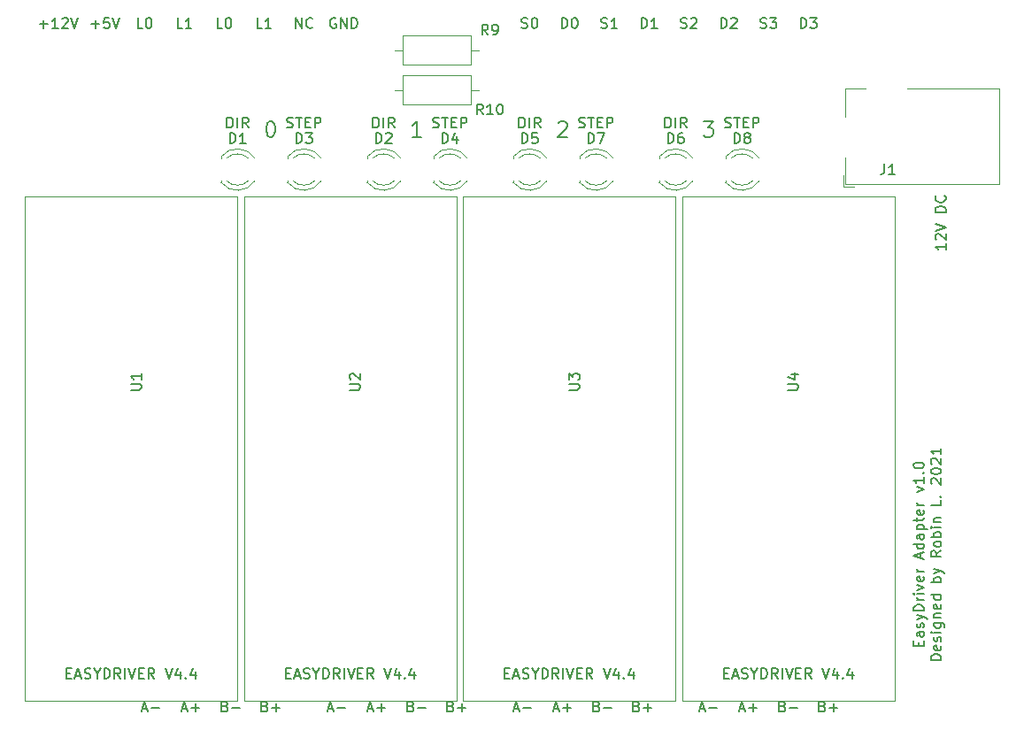
<source format=gbr>
G04 #@! TF.GenerationSoftware,KiCad,Pcbnew,(5.1.4-0-10_14)*
G04 #@! TF.CreationDate,2021-10-12T10:54:55-04:00*
G04 #@! TF.ProjectId,doublemagfixture,646f7562-6c65-46d6-9167-666978747572,rev?*
G04 #@! TF.SameCoordinates,Original*
G04 #@! TF.FileFunction,Legend,Top*
G04 #@! TF.FilePolarity,Positive*
%FSLAX46Y46*%
G04 Gerber Fmt 4.6, Leading zero omitted, Abs format (unit mm)*
G04 Created by KiCad (PCBNEW (5.1.4-0-10_14)) date 2021-10-12 10:54:55*
%MOMM*%
%LPD*%
G04 APERTURE LIST*
%ADD10C,0.150000*%
%ADD11C,0.200000*%
%ADD12C,0.120000*%
G04 APERTURE END LIST*
D10*
X86733571Y-61466904D02*
X86733571Y-61133571D01*
X87257380Y-60990714D02*
X87257380Y-61466904D01*
X86257380Y-61466904D01*
X86257380Y-60990714D01*
X87257380Y-60133571D02*
X86733571Y-60133571D01*
X86638333Y-60181190D01*
X86590714Y-60276428D01*
X86590714Y-60466904D01*
X86638333Y-60562142D01*
X87209761Y-60133571D02*
X87257380Y-60228809D01*
X87257380Y-60466904D01*
X87209761Y-60562142D01*
X87114523Y-60609761D01*
X87019285Y-60609761D01*
X86924047Y-60562142D01*
X86876428Y-60466904D01*
X86876428Y-60228809D01*
X86828809Y-60133571D01*
X87209761Y-59705000D02*
X87257380Y-59609761D01*
X87257380Y-59419285D01*
X87209761Y-59324047D01*
X87114523Y-59276428D01*
X87066904Y-59276428D01*
X86971666Y-59324047D01*
X86924047Y-59419285D01*
X86924047Y-59562142D01*
X86876428Y-59657380D01*
X86781190Y-59705000D01*
X86733571Y-59705000D01*
X86638333Y-59657380D01*
X86590714Y-59562142D01*
X86590714Y-59419285D01*
X86638333Y-59324047D01*
X86590714Y-58943095D02*
X87257380Y-58705000D01*
X86590714Y-58466904D02*
X87257380Y-58705000D01*
X87495476Y-58800238D01*
X87543095Y-58847857D01*
X87590714Y-58943095D01*
X87257380Y-58085952D02*
X86257380Y-58085952D01*
X86257380Y-57847857D01*
X86305000Y-57705000D01*
X86400238Y-57609761D01*
X86495476Y-57562142D01*
X86685952Y-57514523D01*
X86828809Y-57514523D01*
X87019285Y-57562142D01*
X87114523Y-57609761D01*
X87209761Y-57705000D01*
X87257380Y-57847857D01*
X87257380Y-58085952D01*
X87257380Y-57085952D02*
X86590714Y-57085952D01*
X86781190Y-57085952D02*
X86685952Y-57038333D01*
X86638333Y-56990714D01*
X86590714Y-56895476D01*
X86590714Y-56800238D01*
X87257380Y-56466904D02*
X86590714Y-56466904D01*
X86257380Y-56466904D02*
X86305000Y-56514523D01*
X86352619Y-56466904D01*
X86305000Y-56419285D01*
X86257380Y-56466904D01*
X86352619Y-56466904D01*
X86590714Y-56085952D02*
X87257380Y-55847857D01*
X86590714Y-55609761D01*
X87209761Y-54847857D02*
X87257380Y-54943095D01*
X87257380Y-55133571D01*
X87209761Y-55228809D01*
X87114523Y-55276428D01*
X86733571Y-55276428D01*
X86638333Y-55228809D01*
X86590714Y-55133571D01*
X86590714Y-54943095D01*
X86638333Y-54847857D01*
X86733571Y-54800238D01*
X86828809Y-54800238D01*
X86924047Y-55276428D01*
X87257380Y-54371666D02*
X86590714Y-54371666D01*
X86781190Y-54371666D02*
X86685952Y-54324047D01*
X86638333Y-54276428D01*
X86590714Y-54181190D01*
X86590714Y-54085952D01*
X86971666Y-53038333D02*
X86971666Y-52562142D01*
X87257380Y-53133571D02*
X86257380Y-52800238D01*
X87257380Y-52466904D01*
X87257380Y-51705000D02*
X86257380Y-51705000D01*
X87209761Y-51705000D02*
X87257380Y-51800238D01*
X87257380Y-51990714D01*
X87209761Y-52085952D01*
X87162142Y-52133571D01*
X87066904Y-52181190D01*
X86781190Y-52181190D01*
X86685952Y-52133571D01*
X86638333Y-52085952D01*
X86590714Y-51990714D01*
X86590714Y-51800238D01*
X86638333Y-51705000D01*
X87257380Y-50800238D02*
X86733571Y-50800238D01*
X86638333Y-50847857D01*
X86590714Y-50943095D01*
X86590714Y-51133571D01*
X86638333Y-51228809D01*
X87209761Y-50800238D02*
X87257380Y-50895476D01*
X87257380Y-51133571D01*
X87209761Y-51228809D01*
X87114523Y-51276428D01*
X87019285Y-51276428D01*
X86924047Y-51228809D01*
X86876428Y-51133571D01*
X86876428Y-50895476D01*
X86828809Y-50800238D01*
X86590714Y-50324047D02*
X87590714Y-50324047D01*
X86638333Y-50324047D02*
X86590714Y-50228809D01*
X86590714Y-50038333D01*
X86638333Y-49943095D01*
X86685952Y-49895476D01*
X86781190Y-49847857D01*
X87066904Y-49847857D01*
X87162142Y-49895476D01*
X87209761Y-49943095D01*
X87257380Y-50038333D01*
X87257380Y-50228809D01*
X87209761Y-50324047D01*
X86590714Y-49562142D02*
X86590714Y-49181190D01*
X86257380Y-49419285D02*
X87114523Y-49419285D01*
X87209761Y-49371666D01*
X87257380Y-49276428D01*
X87257380Y-49181190D01*
X87209761Y-48466904D02*
X87257380Y-48562142D01*
X87257380Y-48752619D01*
X87209761Y-48847857D01*
X87114523Y-48895476D01*
X86733571Y-48895476D01*
X86638333Y-48847857D01*
X86590714Y-48752619D01*
X86590714Y-48562142D01*
X86638333Y-48466904D01*
X86733571Y-48419285D01*
X86828809Y-48419285D01*
X86924047Y-48895476D01*
X87257380Y-47990714D02*
X86590714Y-47990714D01*
X86781190Y-47990714D02*
X86685952Y-47943095D01*
X86638333Y-47895476D01*
X86590714Y-47800238D01*
X86590714Y-47705000D01*
X86590714Y-46705000D02*
X87257380Y-46466904D01*
X86590714Y-46228809D01*
X87257380Y-45324047D02*
X87257380Y-45895476D01*
X87257380Y-45609761D02*
X86257380Y-45609761D01*
X86400238Y-45705000D01*
X86495476Y-45800238D01*
X86543095Y-45895476D01*
X87162142Y-44895476D02*
X87209761Y-44847857D01*
X87257380Y-44895476D01*
X87209761Y-44943095D01*
X87162142Y-44895476D01*
X87257380Y-44895476D01*
X86257380Y-44228809D02*
X86257380Y-44133571D01*
X86305000Y-44038333D01*
X86352619Y-43990714D01*
X86447857Y-43943095D01*
X86638333Y-43895476D01*
X86876428Y-43895476D01*
X87066904Y-43943095D01*
X87162142Y-43990714D01*
X87209761Y-44038333D01*
X87257380Y-44133571D01*
X87257380Y-44228809D01*
X87209761Y-44324047D01*
X87162142Y-44371666D01*
X87066904Y-44419285D01*
X86876428Y-44466904D01*
X86638333Y-44466904D01*
X86447857Y-44419285D01*
X86352619Y-44371666D01*
X86305000Y-44324047D01*
X86257380Y-44228809D01*
X88907380Y-62824047D02*
X87907380Y-62824047D01*
X87907380Y-62585952D01*
X87955000Y-62443095D01*
X88050238Y-62347857D01*
X88145476Y-62300238D01*
X88335952Y-62252619D01*
X88478809Y-62252619D01*
X88669285Y-62300238D01*
X88764523Y-62347857D01*
X88859761Y-62443095D01*
X88907380Y-62585952D01*
X88907380Y-62824047D01*
X88859761Y-61443095D02*
X88907380Y-61538333D01*
X88907380Y-61728809D01*
X88859761Y-61824047D01*
X88764523Y-61871666D01*
X88383571Y-61871666D01*
X88288333Y-61824047D01*
X88240714Y-61728809D01*
X88240714Y-61538333D01*
X88288333Y-61443095D01*
X88383571Y-61395476D01*
X88478809Y-61395476D01*
X88574047Y-61871666D01*
X88859761Y-61014523D02*
X88907380Y-60919285D01*
X88907380Y-60728809D01*
X88859761Y-60633571D01*
X88764523Y-60585952D01*
X88716904Y-60585952D01*
X88621666Y-60633571D01*
X88574047Y-60728809D01*
X88574047Y-60871666D01*
X88526428Y-60966904D01*
X88431190Y-61014523D01*
X88383571Y-61014523D01*
X88288333Y-60966904D01*
X88240714Y-60871666D01*
X88240714Y-60728809D01*
X88288333Y-60633571D01*
X88907380Y-60157380D02*
X88240714Y-60157380D01*
X87907380Y-60157380D02*
X87955000Y-60205000D01*
X88002619Y-60157380D01*
X87955000Y-60109761D01*
X87907380Y-60157380D01*
X88002619Y-60157380D01*
X88240714Y-59252619D02*
X89050238Y-59252619D01*
X89145476Y-59300238D01*
X89193095Y-59347857D01*
X89240714Y-59443095D01*
X89240714Y-59585952D01*
X89193095Y-59681190D01*
X88859761Y-59252619D02*
X88907380Y-59347857D01*
X88907380Y-59538333D01*
X88859761Y-59633571D01*
X88812142Y-59681190D01*
X88716904Y-59728809D01*
X88431190Y-59728809D01*
X88335952Y-59681190D01*
X88288333Y-59633571D01*
X88240714Y-59538333D01*
X88240714Y-59347857D01*
X88288333Y-59252619D01*
X88240714Y-58776428D02*
X88907380Y-58776428D01*
X88335952Y-58776428D02*
X88288333Y-58728809D01*
X88240714Y-58633571D01*
X88240714Y-58490714D01*
X88288333Y-58395476D01*
X88383571Y-58347857D01*
X88907380Y-58347857D01*
X88859761Y-57490714D02*
X88907380Y-57585952D01*
X88907380Y-57776428D01*
X88859761Y-57871666D01*
X88764523Y-57919285D01*
X88383571Y-57919285D01*
X88288333Y-57871666D01*
X88240714Y-57776428D01*
X88240714Y-57585952D01*
X88288333Y-57490714D01*
X88383571Y-57443095D01*
X88478809Y-57443095D01*
X88574047Y-57919285D01*
X88907380Y-56585952D02*
X87907380Y-56585952D01*
X88859761Y-56585952D02*
X88907380Y-56681190D01*
X88907380Y-56871666D01*
X88859761Y-56966904D01*
X88812142Y-57014523D01*
X88716904Y-57062142D01*
X88431190Y-57062142D01*
X88335952Y-57014523D01*
X88288333Y-56966904D01*
X88240714Y-56871666D01*
X88240714Y-56681190D01*
X88288333Y-56585952D01*
X88907380Y-55347857D02*
X87907380Y-55347857D01*
X88288333Y-55347857D02*
X88240714Y-55252619D01*
X88240714Y-55062142D01*
X88288333Y-54966904D01*
X88335952Y-54919285D01*
X88431190Y-54871666D01*
X88716904Y-54871666D01*
X88812142Y-54919285D01*
X88859761Y-54966904D01*
X88907380Y-55062142D01*
X88907380Y-55252619D01*
X88859761Y-55347857D01*
X88240714Y-54538333D02*
X88907380Y-54300238D01*
X88240714Y-54062142D02*
X88907380Y-54300238D01*
X89145476Y-54395476D01*
X89193095Y-54443095D01*
X89240714Y-54538333D01*
X88907380Y-52347857D02*
X88431190Y-52681190D01*
X88907380Y-52919285D02*
X87907380Y-52919285D01*
X87907380Y-52538333D01*
X87955000Y-52443095D01*
X88002619Y-52395476D01*
X88097857Y-52347857D01*
X88240714Y-52347857D01*
X88335952Y-52395476D01*
X88383571Y-52443095D01*
X88431190Y-52538333D01*
X88431190Y-52919285D01*
X88907380Y-51776428D02*
X88859761Y-51871666D01*
X88812142Y-51919285D01*
X88716904Y-51966904D01*
X88431190Y-51966904D01*
X88335952Y-51919285D01*
X88288333Y-51871666D01*
X88240714Y-51776428D01*
X88240714Y-51633571D01*
X88288333Y-51538333D01*
X88335952Y-51490714D01*
X88431190Y-51443095D01*
X88716904Y-51443095D01*
X88812142Y-51490714D01*
X88859761Y-51538333D01*
X88907380Y-51633571D01*
X88907380Y-51776428D01*
X88907380Y-51014523D02*
X87907380Y-51014523D01*
X88288333Y-51014523D02*
X88240714Y-50919285D01*
X88240714Y-50728809D01*
X88288333Y-50633571D01*
X88335952Y-50585952D01*
X88431190Y-50538333D01*
X88716904Y-50538333D01*
X88812142Y-50585952D01*
X88859761Y-50633571D01*
X88907380Y-50728809D01*
X88907380Y-50919285D01*
X88859761Y-51014523D01*
X88907380Y-50109761D02*
X88240714Y-50109761D01*
X87907380Y-50109761D02*
X87955000Y-50157380D01*
X88002619Y-50109761D01*
X87955000Y-50062142D01*
X87907380Y-50109761D01*
X88002619Y-50109761D01*
X88240714Y-49633571D02*
X88907380Y-49633571D01*
X88335952Y-49633571D02*
X88288333Y-49585952D01*
X88240714Y-49490714D01*
X88240714Y-49347857D01*
X88288333Y-49252619D01*
X88383571Y-49205000D01*
X88907380Y-49205000D01*
X88907380Y-47490714D02*
X88907380Y-47966904D01*
X87907380Y-47966904D01*
X88812142Y-47157380D02*
X88859761Y-47109761D01*
X88907380Y-47157380D01*
X88859761Y-47205000D01*
X88812142Y-47157380D01*
X88907380Y-47157380D01*
X88002619Y-45966904D02*
X87955000Y-45919285D01*
X87907380Y-45824047D01*
X87907380Y-45585952D01*
X87955000Y-45490714D01*
X88002619Y-45443095D01*
X88097857Y-45395476D01*
X88193095Y-45395476D01*
X88335952Y-45443095D01*
X88907380Y-46014523D01*
X88907380Y-45395476D01*
X87907380Y-44776428D02*
X87907380Y-44681190D01*
X87955000Y-44585952D01*
X88002619Y-44538333D01*
X88097857Y-44490714D01*
X88288333Y-44443095D01*
X88526428Y-44443095D01*
X88716904Y-44490714D01*
X88812142Y-44538333D01*
X88859761Y-44585952D01*
X88907380Y-44681190D01*
X88907380Y-44776428D01*
X88859761Y-44871666D01*
X88812142Y-44919285D01*
X88716904Y-44966904D01*
X88526428Y-45014523D01*
X88288333Y-45014523D01*
X88097857Y-44966904D01*
X88002619Y-44919285D01*
X87955000Y-44871666D01*
X87907380Y-44776428D01*
X88002619Y-44062142D02*
X87955000Y-44014523D01*
X87907380Y-43919285D01*
X87907380Y-43681190D01*
X87955000Y-43585952D01*
X88002619Y-43538333D01*
X88097857Y-43490714D01*
X88193095Y-43490714D01*
X88335952Y-43538333D01*
X88907380Y-44109761D01*
X88907380Y-43490714D01*
X88907380Y-42538333D02*
X88907380Y-43109761D01*
X88907380Y-42824047D02*
X87907380Y-42824047D01*
X88050238Y-42919285D01*
X88145476Y-43014523D01*
X88193095Y-43109761D01*
X89352380Y-22955000D02*
X89352380Y-23526428D01*
X89352380Y-23240714D02*
X88352380Y-23240714D01*
X88495238Y-23335952D01*
X88590476Y-23431190D01*
X88638095Y-23526428D01*
X88447619Y-22574047D02*
X88400000Y-22526428D01*
X88352380Y-22431190D01*
X88352380Y-22193095D01*
X88400000Y-22097857D01*
X88447619Y-22050238D01*
X88542857Y-22002619D01*
X88638095Y-22002619D01*
X88780952Y-22050238D01*
X89352380Y-22621666D01*
X89352380Y-22002619D01*
X88352380Y-21716904D02*
X89352380Y-21383571D01*
X88352380Y-21050238D01*
X89352380Y-19955000D02*
X88352380Y-19955000D01*
X88352380Y-19716904D01*
X88400000Y-19574047D01*
X88495238Y-19478809D01*
X88590476Y-19431190D01*
X88780952Y-19383571D01*
X88923809Y-19383571D01*
X89114285Y-19431190D01*
X89209523Y-19478809D01*
X89304761Y-19574047D01*
X89352380Y-19716904D01*
X89352380Y-19955000D01*
X89257142Y-18383571D02*
X89304761Y-18431190D01*
X89352380Y-18574047D01*
X89352380Y-18669285D01*
X89304761Y-18812142D01*
X89209523Y-18907380D01*
X89114285Y-18955000D01*
X88923809Y-19002619D01*
X88780952Y-19002619D01*
X88590476Y-18955000D01*
X88495238Y-18907380D01*
X88400000Y-18812142D01*
X88352380Y-18669285D01*
X88352380Y-18574047D01*
X88400000Y-18431190D01*
X88447619Y-18383571D01*
D11*
X66175000Y-11243571D02*
X67103571Y-11243571D01*
X66603571Y-11815000D01*
X66817857Y-11815000D01*
X66960714Y-11886428D01*
X67032142Y-11957857D01*
X67103571Y-12100714D01*
X67103571Y-12457857D01*
X67032142Y-12600714D01*
X66960714Y-12672142D01*
X66817857Y-12743571D01*
X66389285Y-12743571D01*
X66246428Y-12672142D01*
X66175000Y-12600714D01*
X52276428Y-11386428D02*
X52347857Y-11315000D01*
X52490714Y-11243571D01*
X52847857Y-11243571D01*
X52990714Y-11315000D01*
X53062142Y-11386428D01*
X53133571Y-11529285D01*
X53133571Y-11672142D01*
X53062142Y-11886428D01*
X52205000Y-12743571D01*
X53133571Y-12743571D01*
X39163571Y-12743571D02*
X38306428Y-12743571D01*
X38735000Y-12743571D02*
X38735000Y-11243571D01*
X38592142Y-11457857D01*
X38449285Y-11600714D01*
X38306428Y-11672142D01*
X24693571Y-11243571D02*
X24836428Y-11243571D01*
X24979285Y-11315000D01*
X25050714Y-11386428D01*
X25122142Y-11529285D01*
X25193571Y-11815000D01*
X25193571Y-12172142D01*
X25122142Y-12457857D01*
X25050714Y-12600714D01*
X24979285Y-12672142D01*
X24836428Y-12743571D01*
X24693571Y-12743571D01*
X24550714Y-12672142D01*
X24479285Y-12600714D01*
X24407857Y-12457857D01*
X24336428Y-12172142D01*
X24336428Y-11815000D01*
X24407857Y-11529285D01*
X24479285Y-11386428D01*
X24550714Y-11315000D01*
X24693571Y-11243571D01*
D10*
X62500000Y-11882380D02*
X62500000Y-10882380D01*
X62738095Y-10882380D01*
X62880952Y-10930000D01*
X62976190Y-11025238D01*
X63023809Y-11120476D01*
X63071428Y-11310952D01*
X63071428Y-11453809D01*
X63023809Y-11644285D01*
X62976190Y-11739523D01*
X62880952Y-11834761D01*
X62738095Y-11882380D01*
X62500000Y-11882380D01*
X63500000Y-11882380D02*
X63500000Y-10882380D01*
X64547619Y-11882380D02*
X64214285Y-11406190D01*
X63976190Y-11882380D02*
X63976190Y-10882380D01*
X64357142Y-10882380D01*
X64452380Y-10930000D01*
X64500000Y-10977619D01*
X64547619Y-11072857D01*
X64547619Y-11215714D01*
X64500000Y-11310952D01*
X64452380Y-11358571D01*
X64357142Y-11406190D01*
X63976190Y-11406190D01*
X68230952Y-11834761D02*
X68373809Y-11882380D01*
X68611904Y-11882380D01*
X68707142Y-11834761D01*
X68754761Y-11787142D01*
X68802380Y-11691904D01*
X68802380Y-11596666D01*
X68754761Y-11501428D01*
X68707142Y-11453809D01*
X68611904Y-11406190D01*
X68421428Y-11358571D01*
X68326190Y-11310952D01*
X68278571Y-11263333D01*
X68230952Y-11168095D01*
X68230952Y-11072857D01*
X68278571Y-10977619D01*
X68326190Y-10930000D01*
X68421428Y-10882380D01*
X68659523Y-10882380D01*
X68802380Y-10930000D01*
X69088095Y-10882380D02*
X69659523Y-10882380D01*
X69373809Y-11882380D02*
X69373809Y-10882380D01*
X69992857Y-11358571D02*
X70326190Y-11358571D01*
X70469047Y-11882380D02*
X69992857Y-11882380D01*
X69992857Y-10882380D01*
X70469047Y-10882380D01*
X70897619Y-11882380D02*
X70897619Y-10882380D01*
X71278571Y-10882380D01*
X71373809Y-10930000D01*
X71421428Y-10977619D01*
X71469047Y-11072857D01*
X71469047Y-11215714D01*
X71421428Y-11310952D01*
X71373809Y-11358571D01*
X71278571Y-11406190D01*
X70897619Y-11406190D01*
X48530000Y-11882380D02*
X48530000Y-10882380D01*
X48768095Y-10882380D01*
X48910952Y-10930000D01*
X49006190Y-11025238D01*
X49053809Y-11120476D01*
X49101428Y-11310952D01*
X49101428Y-11453809D01*
X49053809Y-11644285D01*
X49006190Y-11739523D01*
X48910952Y-11834761D01*
X48768095Y-11882380D01*
X48530000Y-11882380D01*
X49530000Y-11882380D02*
X49530000Y-10882380D01*
X50577619Y-11882380D02*
X50244285Y-11406190D01*
X50006190Y-11882380D02*
X50006190Y-10882380D01*
X50387142Y-10882380D01*
X50482380Y-10930000D01*
X50530000Y-10977619D01*
X50577619Y-11072857D01*
X50577619Y-11215714D01*
X50530000Y-11310952D01*
X50482380Y-11358571D01*
X50387142Y-11406190D01*
X50006190Y-11406190D01*
X54260952Y-11834761D02*
X54403809Y-11882380D01*
X54641904Y-11882380D01*
X54737142Y-11834761D01*
X54784761Y-11787142D01*
X54832380Y-11691904D01*
X54832380Y-11596666D01*
X54784761Y-11501428D01*
X54737142Y-11453809D01*
X54641904Y-11406190D01*
X54451428Y-11358571D01*
X54356190Y-11310952D01*
X54308571Y-11263333D01*
X54260952Y-11168095D01*
X54260952Y-11072857D01*
X54308571Y-10977619D01*
X54356190Y-10930000D01*
X54451428Y-10882380D01*
X54689523Y-10882380D01*
X54832380Y-10930000D01*
X55118095Y-10882380D02*
X55689523Y-10882380D01*
X55403809Y-11882380D02*
X55403809Y-10882380D01*
X56022857Y-11358571D02*
X56356190Y-11358571D01*
X56499047Y-11882380D02*
X56022857Y-11882380D01*
X56022857Y-10882380D01*
X56499047Y-10882380D01*
X56927619Y-11882380D02*
X56927619Y-10882380D01*
X57308571Y-10882380D01*
X57403809Y-10930000D01*
X57451428Y-10977619D01*
X57499047Y-11072857D01*
X57499047Y-11215714D01*
X57451428Y-11310952D01*
X57403809Y-11358571D01*
X57308571Y-11406190D01*
X56927619Y-11406190D01*
X34560000Y-11882380D02*
X34560000Y-10882380D01*
X34798095Y-10882380D01*
X34940952Y-10930000D01*
X35036190Y-11025238D01*
X35083809Y-11120476D01*
X35131428Y-11310952D01*
X35131428Y-11453809D01*
X35083809Y-11644285D01*
X35036190Y-11739523D01*
X34940952Y-11834761D01*
X34798095Y-11882380D01*
X34560000Y-11882380D01*
X35560000Y-11882380D02*
X35560000Y-10882380D01*
X36607619Y-11882380D02*
X36274285Y-11406190D01*
X36036190Y-11882380D02*
X36036190Y-10882380D01*
X36417142Y-10882380D01*
X36512380Y-10930000D01*
X36560000Y-10977619D01*
X36607619Y-11072857D01*
X36607619Y-11215714D01*
X36560000Y-11310952D01*
X36512380Y-11358571D01*
X36417142Y-11406190D01*
X36036190Y-11406190D01*
X40290952Y-11834761D02*
X40433809Y-11882380D01*
X40671904Y-11882380D01*
X40767142Y-11834761D01*
X40814761Y-11787142D01*
X40862380Y-11691904D01*
X40862380Y-11596666D01*
X40814761Y-11501428D01*
X40767142Y-11453809D01*
X40671904Y-11406190D01*
X40481428Y-11358571D01*
X40386190Y-11310952D01*
X40338571Y-11263333D01*
X40290952Y-11168095D01*
X40290952Y-11072857D01*
X40338571Y-10977619D01*
X40386190Y-10930000D01*
X40481428Y-10882380D01*
X40719523Y-10882380D01*
X40862380Y-10930000D01*
X41148095Y-10882380D02*
X41719523Y-10882380D01*
X41433809Y-11882380D02*
X41433809Y-10882380D01*
X42052857Y-11358571D02*
X42386190Y-11358571D01*
X42529047Y-11882380D02*
X42052857Y-11882380D01*
X42052857Y-10882380D01*
X42529047Y-10882380D01*
X42957619Y-11882380D02*
X42957619Y-10882380D01*
X43338571Y-10882380D01*
X43433809Y-10930000D01*
X43481428Y-10977619D01*
X43529047Y-11072857D01*
X43529047Y-11215714D01*
X43481428Y-11310952D01*
X43433809Y-11358571D01*
X43338571Y-11406190D01*
X42957619Y-11406190D01*
X26320952Y-11834761D02*
X26463809Y-11882380D01*
X26701904Y-11882380D01*
X26797142Y-11834761D01*
X26844761Y-11787142D01*
X26892380Y-11691904D01*
X26892380Y-11596666D01*
X26844761Y-11501428D01*
X26797142Y-11453809D01*
X26701904Y-11406190D01*
X26511428Y-11358571D01*
X26416190Y-11310952D01*
X26368571Y-11263333D01*
X26320952Y-11168095D01*
X26320952Y-11072857D01*
X26368571Y-10977619D01*
X26416190Y-10930000D01*
X26511428Y-10882380D01*
X26749523Y-10882380D01*
X26892380Y-10930000D01*
X27178095Y-10882380D02*
X27749523Y-10882380D01*
X27463809Y-11882380D02*
X27463809Y-10882380D01*
X28082857Y-11358571D02*
X28416190Y-11358571D01*
X28559047Y-11882380D02*
X28082857Y-11882380D01*
X28082857Y-10882380D01*
X28559047Y-10882380D01*
X28987619Y-11882380D02*
X28987619Y-10882380D01*
X29368571Y-10882380D01*
X29463809Y-10930000D01*
X29511428Y-10977619D01*
X29559047Y-11072857D01*
X29559047Y-11215714D01*
X29511428Y-11310952D01*
X29463809Y-11358571D01*
X29368571Y-11406190D01*
X28987619Y-11406190D01*
X20590000Y-11882380D02*
X20590000Y-10882380D01*
X20828095Y-10882380D01*
X20970952Y-10930000D01*
X21066190Y-11025238D01*
X21113809Y-11120476D01*
X21161428Y-11310952D01*
X21161428Y-11453809D01*
X21113809Y-11644285D01*
X21066190Y-11739523D01*
X20970952Y-11834761D01*
X20828095Y-11882380D01*
X20590000Y-11882380D01*
X21590000Y-11882380D02*
X21590000Y-10882380D01*
X22637619Y-11882380D02*
X22304285Y-11406190D01*
X22066190Y-11882380D02*
X22066190Y-10882380D01*
X22447142Y-10882380D01*
X22542380Y-10930000D01*
X22590000Y-10977619D01*
X22637619Y-11072857D01*
X22637619Y-11215714D01*
X22590000Y-11310952D01*
X22542380Y-11358571D01*
X22447142Y-11406190D01*
X22066190Y-11406190D01*
X71628095Y-2309761D02*
X71770952Y-2357380D01*
X72009047Y-2357380D01*
X72104285Y-2309761D01*
X72151904Y-2262142D01*
X72199523Y-2166904D01*
X72199523Y-2071666D01*
X72151904Y-1976428D01*
X72104285Y-1928809D01*
X72009047Y-1881190D01*
X71818571Y-1833571D01*
X71723333Y-1785952D01*
X71675714Y-1738333D01*
X71628095Y-1643095D01*
X71628095Y-1547857D01*
X71675714Y-1452619D01*
X71723333Y-1405000D01*
X71818571Y-1357380D01*
X72056666Y-1357380D01*
X72199523Y-1405000D01*
X72532857Y-1357380D02*
X73151904Y-1357380D01*
X72818571Y-1738333D01*
X72961428Y-1738333D01*
X73056666Y-1785952D01*
X73104285Y-1833571D01*
X73151904Y-1928809D01*
X73151904Y-2166904D01*
X73104285Y-2262142D01*
X73056666Y-2309761D01*
X72961428Y-2357380D01*
X72675714Y-2357380D01*
X72580476Y-2309761D01*
X72532857Y-2262142D01*
X64008095Y-2309761D02*
X64150952Y-2357380D01*
X64389047Y-2357380D01*
X64484285Y-2309761D01*
X64531904Y-2262142D01*
X64579523Y-2166904D01*
X64579523Y-2071666D01*
X64531904Y-1976428D01*
X64484285Y-1928809D01*
X64389047Y-1881190D01*
X64198571Y-1833571D01*
X64103333Y-1785952D01*
X64055714Y-1738333D01*
X64008095Y-1643095D01*
X64008095Y-1547857D01*
X64055714Y-1452619D01*
X64103333Y-1405000D01*
X64198571Y-1357380D01*
X64436666Y-1357380D01*
X64579523Y-1405000D01*
X64960476Y-1452619D02*
X65008095Y-1405000D01*
X65103333Y-1357380D01*
X65341428Y-1357380D01*
X65436666Y-1405000D01*
X65484285Y-1452619D01*
X65531904Y-1547857D01*
X65531904Y-1643095D01*
X65484285Y-1785952D01*
X64912857Y-2357380D01*
X65531904Y-2357380D01*
X75461904Y-2357380D02*
X75461904Y-1357380D01*
X75700000Y-1357380D01*
X75842857Y-1405000D01*
X75938095Y-1500238D01*
X75985714Y-1595476D01*
X76033333Y-1785952D01*
X76033333Y-1928809D01*
X75985714Y-2119285D01*
X75938095Y-2214523D01*
X75842857Y-2309761D01*
X75700000Y-2357380D01*
X75461904Y-2357380D01*
X76366666Y-1357380D02*
X76985714Y-1357380D01*
X76652380Y-1738333D01*
X76795238Y-1738333D01*
X76890476Y-1785952D01*
X76938095Y-1833571D01*
X76985714Y-1928809D01*
X76985714Y-2166904D01*
X76938095Y-2262142D01*
X76890476Y-2309761D01*
X76795238Y-2357380D01*
X76509523Y-2357380D01*
X76414285Y-2309761D01*
X76366666Y-2262142D01*
X67841904Y-2357380D02*
X67841904Y-1357380D01*
X68080000Y-1357380D01*
X68222857Y-1405000D01*
X68318095Y-1500238D01*
X68365714Y-1595476D01*
X68413333Y-1785952D01*
X68413333Y-1928809D01*
X68365714Y-2119285D01*
X68318095Y-2214523D01*
X68222857Y-2309761D01*
X68080000Y-2357380D01*
X67841904Y-2357380D01*
X68794285Y-1452619D02*
X68841904Y-1405000D01*
X68937142Y-1357380D01*
X69175238Y-1357380D01*
X69270476Y-1405000D01*
X69318095Y-1452619D01*
X69365714Y-1547857D01*
X69365714Y-1643095D01*
X69318095Y-1785952D01*
X68746666Y-2357380D01*
X69365714Y-2357380D01*
X60221904Y-2357380D02*
X60221904Y-1357380D01*
X60460000Y-1357380D01*
X60602857Y-1405000D01*
X60698095Y-1500238D01*
X60745714Y-1595476D01*
X60793333Y-1785952D01*
X60793333Y-1928809D01*
X60745714Y-2119285D01*
X60698095Y-2214523D01*
X60602857Y-2309761D01*
X60460000Y-2357380D01*
X60221904Y-2357380D01*
X61745714Y-2357380D02*
X61174285Y-2357380D01*
X61460000Y-2357380D02*
X61460000Y-1357380D01*
X61364761Y-1500238D01*
X61269523Y-1595476D01*
X61174285Y-1643095D01*
X56388095Y-2309761D02*
X56530952Y-2357380D01*
X56769047Y-2357380D01*
X56864285Y-2309761D01*
X56911904Y-2262142D01*
X56959523Y-2166904D01*
X56959523Y-2071666D01*
X56911904Y-1976428D01*
X56864285Y-1928809D01*
X56769047Y-1881190D01*
X56578571Y-1833571D01*
X56483333Y-1785952D01*
X56435714Y-1738333D01*
X56388095Y-1643095D01*
X56388095Y-1547857D01*
X56435714Y-1452619D01*
X56483333Y-1405000D01*
X56578571Y-1357380D01*
X56816666Y-1357380D01*
X56959523Y-1405000D01*
X57911904Y-2357380D02*
X57340476Y-2357380D01*
X57626190Y-2357380D02*
X57626190Y-1357380D01*
X57530952Y-1500238D01*
X57435714Y-1595476D01*
X57340476Y-1643095D01*
X52601904Y-2357380D02*
X52601904Y-1357380D01*
X52840000Y-1357380D01*
X52982857Y-1405000D01*
X53078095Y-1500238D01*
X53125714Y-1595476D01*
X53173333Y-1785952D01*
X53173333Y-1928809D01*
X53125714Y-2119285D01*
X53078095Y-2214523D01*
X52982857Y-2309761D01*
X52840000Y-2357380D01*
X52601904Y-2357380D01*
X53792380Y-1357380D02*
X53887619Y-1357380D01*
X53982857Y-1405000D01*
X54030476Y-1452619D01*
X54078095Y-1547857D01*
X54125714Y-1738333D01*
X54125714Y-1976428D01*
X54078095Y-2166904D01*
X54030476Y-2262142D01*
X53982857Y-2309761D01*
X53887619Y-2357380D01*
X53792380Y-2357380D01*
X53697142Y-2309761D01*
X53649523Y-2262142D01*
X53601904Y-2166904D01*
X53554285Y-1976428D01*
X53554285Y-1738333D01*
X53601904Y-1547857D01*
X53649523Y-1452619D01*
X53697142Y-1405000D01*
X53792380Y-1357380D01*
X48768095Y-2309761D02*
X48910952Y-2357380D01*
X49149047Y-2357380D01*
X49244285Y-2309761D01*
X49291904Y-2262142D01*
X49339523Y-2166904D01*
X49339523Y-2071666D01*
X49291904Y-1976428D01*
X49244285Y-1928809D01*
X49149047Y-1881190D01*
X48958571Y-1833571D01*
X48863333Y-1785952D01*
X48815714Y-1738333D01*
X48768095Y-1643095D01*
X48768095Y-1547857D01*
X48815714Y-1452619D01*
X48863333Y-1405000D01*
X48958571Y-1357380D01*
X49196666Y-1357380D01*
X49339523Y-1405000D01*
X49958571Y-1357380D02*
X50053809Y-1357380D01*
X50149047Y-1405000D01*
X50196666Y-1452619D01*
X50244285Y-1547857D01*
X50291904Y-1738333D01*
X50291904Y-1976428D01*
X50244285Y-2166904D01*
X50196666Y-2262142D01*
X50149047Y-2309761D01*
X50053809Y-2357380D01*
X49958571Y-2357380D01*
X49863333Y-2309761D01*
X49815714Y-2262142D01*
X49768095Y-2166904D01*
X49720476Y-1976428D01*
X49720476Y-1738333D01*
X49768095Y-1547857D01*
X49815714Y-1452619D01*
X49863333Y-1405000D01*
X49958571Y-1357380D01*
X30988095Y-1405000D02*
X30892857Y-1357380D01*
X30750000Y-1357380D01*
X30607142Y-1405000D01*
X30511904Y-1500238D01*
X30464285Y-1595476D01*
X30416666Y-1785952D01*
X30416666Y-1928809D01*
X30464285Y-2119285D01*
X30511904Y-2214523D01*
X30607142Y-2309761D01*
X30750000Y-2357380D01*
X30845238Y-2357380D01*
X30988095Y-2309761D01*
X31035714Y-2262142D01*
X31035714Y-1928809D01*
X30845238Y-1928809D01*
X31464285Y-2357380D02*
X31464285Y-1357380D01*
X32035714Y-2357380D01*
X32035714Y-1357380D01*
X32511904Y-2357380D02*
X32511904Y-1357380D01*
X32750000Y-1357380D01*
X32892857Y-1405000D01*
X32988095Y-1500238D01*
X33035714Y-1595476D01*
X33083333Y-1785952D01*
X33083333Y-1928809D01*
X33035714Y-2119285D01*
X32988095Y-2214523D01*
X32892857Y-2309761D01*
X32750000Y-2357380D01*
X32511904Y-2357380D01*
X27154285Y-2357380D02*
X27154285Y-1357380D01*
X27725714Y-2357380D01*
X27725714Y-1357380D01*
X28773333Y-2262142D02*
X28725714Y-2309761D01*
X28582857Y-2357380D01*
X28487619Y-2357380D01*
X28344761Y-2309761D01*
X28249523Y-2214523D01*
X28201904Y-2119285D01*
X28154285Y-1928809D01*
X28154285Y-1785952D01*
X28201904Y-1595476D01*
X28249523Y-1500238D01*
X28344761Y-1405000D01*
X28487619Y-1357380D01*
X28582857Y-1357380D01*
X28725714Y-1405000D01*
X28773333Y-1452619D01*
X23963333Y-2357380D02*
X23487142Y-2357380D01*
X23487142Y-1357380D01*
X24820476Y-2357380D02*
X24249047Y-2357380D01*
X24534761Y-2357380D02*
X24534761Y-1357380D01*
X24439523Y-1500238D01*
X24344285Y-1595476D01*
X24249047Y-1643095D01*
X20153333Y-2357380D02*
X19677142Y-2357380D01*
X19677142Y-1357380D01*
X20677142Y-1357380D02*
X20772380Y-1357380D01*
X20867619Y-1405000D01*
X20915238Y-1452619D01*
X20962857Y-1547857D01*
X21010476Y-1738333D01*
X21010476Y-1976428D01*
X20962857Y-2166904D01*
X20915238Y-2262142D01*
X20867619Y-2309761D01*
X20772380Y-2357380D01*
X20677142Y-2357380D01*
X20581904Y-2309761D01*
X20534285Y-2262142D01*
X20486666Y-2166904D01*
X20439047Y-1976428D01*
X20439047Y-1738333D01*
X20486666Y-1547857D01*
X20534285Y-1452619D01*
X20581904Y-1405000D01*
X20677142Y-1357380D01*
X16343333Y-2357380D02*
X15867142Y-2357380D01*
X15867142Y-1357380D01*
X17200476Y-2357380D02*
X16629047Y-2357380D01*
X16914761Y-2357380D02*
X16914761Y-1357380D01*
X16819523Y-1500238D01*
X16724285Y-1595476D01*
X16629047Y-1643095D01*
X12533333Y-2357380D02*
X12057142Y-2357380D01*
X12057142Y-1357380D01*
X13057142Y-1357380D02*
X13152380Y-1357380D01*
X13247619Y-1405000D01*
X13295238Y-1452619D01*
X13342857Y-1547857D01*
X13390476Y-1738333D01*
X13390476Y-1976428D01*
X13342857Y-2166904D01*
X13295238Y-2262142D01*
X13247619Y-2309761D01*
X13152380Y-2357380D01*
X13057142Y-2357380D01*
X12961904Y-2309761D01*
X12914285Y-2262142D01*
X12866666Y-2166904D01*
X12819047Y-1976428D01*
X12819047Y-1738333D01*
X12866666Y-1547857D01*
X12914285Y-1452619D01*
X12961904Y-1405000D01*
X13057142Y-1357380D01*
X7604285Y-1976428D02*
X8366190Y-1976428D01*
X7985238Y-2357380D02*
X7985238Y-1595476D01*
X9318571Y-1357380D02*
X8842380Y-1357380D01*
X8794761Y-1833571D01*
X8842380Y-1785952D01*
X8937619Y-1738333D01*
X9175714Y-1738333D01*
X9270952Y-1785952D01*
X9318571Y-1833571D01*
X9366190Y-1928809D01*
X9366190Y-2166904D01*
X9318571Y-2262142D01*
X9270952Y-2309761D01*
X9175714Y-2357380D01*
X8937619Y-2357380D01*
X8842380Y-2309761D01*
X8794761Y-2262142D01*
X9651904Y-1357380D02*
X9985238Y-2357380D01*
X10318571Y-1357380D01*
X2683095Y-1976428D02*
X3445000Y-1976428D01*
X3064047Y-2357380D02*
X3064047Y-1595476D01*
X4445000Y-2357380D02*
X3873571Y-2357380D01*
X4159285Y-2357380D02*
X4159285Y-1357380D01*
X4064047Y-1500238D01*
X3968809Y-1595476D01*
X3873571Y-1643095D01*
X4825952Y-1452619D02*
X4873571Y-1405000D01*
X4968809Y-1357380D01*
X5206904Y-1357380D01*
X5302142Y-1405000D01*
X5349761Y-1452619D01*
X5397380Y-1547857D01*
X5397380Y-1643095D01*
X5349761Y-1785952D01*
X4778333Y-2357380D01*
X5397380Y-2357380D01*
X5683095Y-1357380D02*
X6016428Y-2357380D01*
X6349761Y-1357380D01*
X77557380Y-67238571D02*
X77700238Y-67286190D01*
X77747857Y-67333809D01*
X77795476Y-67429047D01*
X77795476Y-67571904D01*
X77747857Y-67667142D01*
X77700238Y-67714761D01*
X77605000Y-67762380D01*
X77224047Y-67762380D01*
X77224047Y-66762380D01*
X77557380Y-66762380D01*
X77652619Y-66810000D01*
X77700238Y-66857619D01*
X77747857Y-66952857D01*
X77747857Y-67048095D01*
X77700238Y-67143333D01*
X77652619Y-67190952D01*
X77557380Y-67238571D01*
X77224047Y-67238571D01*
X78224047Y-67381428D02*
X78985952Y-67381428D01*
X78605000Y-67762380D02*
X78605000Y-67000476D01*
X65817857Y-67476666D02*
X66294047Y-67476666D01*
X65722619Y-67762380D02*
X66055952Y-66762380D01*
X66389285Y-67762380D01*
X66722619Y-67381428D02*
X67484523Y-67381428D01*
X69627857Y-67476666D02*
X70104047Y-67476666D01*
X69532619Y-67762380D02*
X69865952Y-66762380D01*
X70199285Y-67762380D01*
X70532619Y-67381428D02*
X71294523Y-67381428D01*
X70913571Y-67762380D02*
X70913571Y-67000476D01*
X73747380Y-67238571D02*
X73890238Y-67286190D01*
X73937857Y-67333809D01*
X73985476Y-67429047D01*
X73985476Y-67571904D01*
X73937857Y-67667142D01*
X73890238Y-67714761D01*
X73795000Y-67762380D01*
X73414047Y-67762380D01*
X73414047Y-66762380D01*
X73747380Y-66762380D01*
X73842619Y-66810000D01*
X73890238Y-66857619D01*
X73937857Y-66952857D01*
X73937857Y-67048095D01*
X73890238Y-67143333D01*
X73842619Y-67190952D01*
X73747380Y-67238571D01*
X73414047Y-67238571D01*
X74414047Y-67381428D02*
X75175952Y-67381428D01*
X48037857Y-67476666D02*
X48514047Y-67476666D01*
X47942619Y-67762380D02*
X48275952Y-66762380D01*
X48609285Y-67762380D01*
X48942619Y-67381428D02*
X49704523Y-67381428D01*
X59777380Y-67238571D02*
X59920238Y-67286190D01*
X59967857Y-67333809D01*
X60015476Y-67429047D01*
X60015476Y-67571904D01*
X59967857Y-67667142D01*
X59920238Y-67714761D01*
X59825000Y-67762380D01*
X59444047Y-67762380D01*
X59444047Y-66762380D01*
X59777380Y-66762380D01*
X59872619Y-66810000D01*
X59920238Y-66857619D01*
X59967857Y-66952857D01*
X59967857Y-67048095D01*
X59920238Y-67143333D01*
X59872619Y-67190952D01*
X59777380Y-67238571D01*
X59444047Y-67238571D01*
X60444047Y-67381428D02*
X61205952Y-67381428D01*
X60825000Y-67762380D02*
X60825000Y-67000476D01*
X55967380Y-67238571D02*
X56110238Y-67286190D01*
X56157857Y-67333809D01*
X56205476Y-67429047D01*
X56205476Y-67571904D01*
X56157857Y-67667142D01*
X56110238Y-67714761D01*
X56015000Y-67762380D01*
X55634047Y-67762380D01*
X55634047Y-66762380D01*
X55967380Y-66762380D01*
X56062619Y-66810000D01*
X56110238Y-66857619D01*
X56157857Y-66952857D01*
X56157857Y-67048095D01*
X56110238Y-67143333D01*
X56062619Y-67190952D01*
X55967380Y-67238571D01*
X55634047Y-67238571D01*
X56634047Y-67381428D02*
X57395952Y-67381428D01*
X51847857Y-67476666D02*
X52324047Y-67476666D01*
X51752619Y-67762380D02*
X52085952Y-66762380D01*
X52419285Y-67762380D01*
X52752619Y-67381428D02*
X53514523Y-67381428D01*
X53133571Y-67762380D02*
X53133571Y-67000476D01*
X38187380Y-67238571D02*
X38330238Y-67286190D01*
X38377857Y-67333809D01*
X38425476Y-67429047D01*
X38425476Y-67571904D01*
X38377857Y-67667142D01*
X38330238Y-67714761D01*
X38235000Y-67762380D01*
X37854047Y-67762380D01*
X37854047Y-66762380D01*
X38187380Y-66762380D01*
X38282619Y-66810000D01*
X38330238Y-66857619D01*
X38377857Y-66952857D01*
X38377857Y-67048095D01*
X38330238Y-67143333D01*
X38282619Y-67190952D01*
X38187380Y-67238571D01*
X37854047Y-67238571D01*
X38854047Y-67381428D02*
X39615952Y-67381428D01*
X41997380Y-67238571D02*
X42140238Y-67286190D01*
X42187857Y-67333809D01*
X42235476Y-67429047D01*
X42235476Y-67571904D01*
X42187857Y-67667142D01*
X42140238Y-67714761D01*
X42045000Y-67762380D01*
X41664047Y-67762380D01*
X41664047Y-66762380D01*
X41997380Y-66762380D01*
X42092619Y-66810000D01*
X42140238Y-66857619D01*
X42187857Y-66952857D01*
X42187857Y-67048095D01*
X42140238Y-67143333D01*
X42092619Y-67190952D01*
X41997380Y-67238571D01*
X41664047Y-67238571D01*
X42664047Y-67381428D02*
X43425952Y-67381428D01*
X43045000Y-67762380D02*
X43045000Y-67000476D01*
X34067857Y-67476666D02*
X34544047Y-67476666D01*
X33972619Y-67762380D02*
X34305952Y-66762380D01*
X34639285Y-67762380D01*
X34972619Y-67381428D02*
X35734523Y-67381428D01*
X35353571Y-67762380D02*
X35353571Y-67000476D01*
X30257857Y-67476666D02*
X30734047Y-67476666D01*
X30162619Y-67762380D02*
X30495952Y-66762380D01*
X30829285Y-67762380D01*
X31162619Y-67381428D02*
X31924523Y-67381428D01*
X24217380Y-67238571D02*
X24360238Y-67286190D01*
X24407857Y-67333809D01*
X24455476Y-67429047D01*
X24455476Y-67571904D01*
X24407857Y-67667142D01*
X24360238Y-67714761D01*
X24265000Y-67762380D01*
X23884047Y-67762380D01*
X23884047Y-66762380D01*
X24217380Y-66762380D01*
X24312619Y-66810000D01*
X24360238Y-66857619D01*
X24407857Y-66952857D01*
X24407857Y-67048095D01*
X24360238Y-67143333D01*
X24312619Y-67190952D01*
X24217380Y-67238571D01*
X23884047Y-67238571D01*
X24884047Y-67381428D02*
X25645952Y-67381428D01*
X25265000Y-67762380D02*
X25265000Y-67000476D01*
X20407380Y-67238571D02*
X20550238Y-67286190D01*
X20597857Y-67333809D01*
X20645476Y-67429047D01*
X20645476Y-67571904D01*
X20597857Y-67667142D01*
X20550238Y-67714761D01*
X20455000Y-67762380D01*
X20074047Y-67762380D01*
X20074047Y-66762380D01*
X20407380Y-66762380D01*
X20502619Y-66810000D01*
X20550238Y-66857619D01*
X20597857Y-66952857D01*
X20597857Y-67048095D01*
X20550238Y-67143333D01*
X20502619Y-67190952D01*
X20407380Y-67238571D01*
X20074047Y-67238571D01*
X21074047Y-67381428D02*
X21835952Y-67381428D01*
X16287857Y-67476666D02*
X16764047Y-67476666D01*
X16192619Y-67762380D02*
X16525952Y-66762380D01*
X16859285Y-67762380D01*
X17192619Y-67381428D02*
X17954523Y-67381428D01*
X17573571Y-67762380D02*
X17573571Y-67000476D01*
X12477857Y-67476666D02*
X12954047Y-67476666D01*
X12382619Y-67762380D02*
X12715952Y-66762380D01*
X13049285Y-67762380D01*
X13382619Y-67381428D02*
X14144523Y-67381428D01*
D12*
X84455000Y-18415000D02*
X64135000Y-18415000D01*
X84455000Y-66675000D02*
X84455000Y-18415000D01*
X64135000Y-66675000D02*
X84455000Y-66675000D01*
X64135000Y-18415000D02*
X64135000Y-66675000D01*
X63500000Y-18415000D02*
X43180000Y-18415000D01*
X63500000Y-66675000D02*
X63500000Y-18415000D01*
X43180000Y-66675000D02*
X63500000Y-66675000D01*
X43180000Y-18415000D02*
X43180000Y-66675000D01*
X42545000Y-18415000D02*
X22225000Y-18415000D01*
X42545000Y-66675000D02*
X42545000Y-18415000D01*
X22225000Y-66675000D02*
X42545000Y-66675000D01*
X22225000Y-18415000D02*
X22225000Y-66675000D01*
X21590000Y-18415000D02*
X1270000Y-18415000D01*
X21590000Y-66675000D02*
X21590000Y-18415000D01*
X1270000Y-66675000D02*
X21590000Y-66675000D01*
X1270000Y-18415000D02*
X1270000Y-66675000D01*
X43910000Y-9625000D02*
X43910000Y-6885000D01*
X43910000Y-6885000D02*
X37370000Y-6885000D01*
X37370000Y-6885000D02*
X37370000Y-9625000D01*
X37370000Y-9625000D02*
X43910000Y-9625000D01*
X44680000Y-8255000D02*
X43910000Y-8255000D01*
X36600000Y-8255000D02*
X37370000Y-8255000D01*
X43910000Y-5815000D02*
X43910000Y-3075000D01*
X43910000Y-3075000D02*
X37370000Y-3075000D01*
X37370000Y-3075000D02*
X37370000Y-5815000D01*
X37370000Y-5815000D02*
X43910000Y-5815000D01*
X44680000Y-4445000D02*
X43910000Y-4445000D01*
X36600000Y-4445000D02*
X37370000Y-4445000D01*
X79745000Y-17300000D02*
X79745000Y-14700000D01*
X94445000Y-17300000D02*
X79745000Y-17300000D01*
X79745000Y-8100000D02*
X81645000Y-8100000D01*
X79745000Y-10800000D02*
X79745000Y-8100000D01*
X94445000Y-8100000D02*
X94445000Y-17300000D01*
X85645000Y-8100000D02*
X94445000Y-8100000D01*
X80595000Y-17500000D02*
X79545000Y-17500000D01*
X79545000Y-16450000D02*
X79545000Y-17500000D01*
X68290000Y-14639000D02*
X68290000Y-14795000D01*
X68290000Y-16955000D02*
X68290000Y-17111000D01*
X70891130Y-16954837D02*
G75*
G02X68809039Y-16955000I-1041130J1079837D01*
G01*
X70891130Y-14795163D02*
G75*
G03X68809039Y-14795000I-1041130J-1079837D01*
G01*
X71522335Y-16953608D02*
G75*
G02X68290000Y-17110516I-1672335J1078608D01*
G01*
X71522335Y-14796392D02*
G75*
G03X68290000Y-14639484I-1672335J-1078608D01*
G01*
X54320000Y-14639000D02*
X54320000Y-14795000D01*
X54320000Y-16955000D02*
X54320000Y-17111000D01*
X56921130Y-16954837D02*
G75*
G02X54839039Y-16955000I-1041130J1079837D01*
G01*
X56921130Y-14795163D02*
G75*
G03X54839039Y-14795000I-1041130J-1079837D01*
G01*
X57552335Y-16953608D02*
G75*
G02X54320000Y-17110516I-1672335J1078608D01*
G01*
X57552335Y-14796392D02*
G75*
G03X54320000Y-14639484I-1672335J-1078608D01*
G01*
X61940000Y-14639000D02*
X61940000Y-14795000D01*
X61940000Y-16955000D02*
X61940000Y-17111000D01*
X64541130Y-16954837D02*
G75*
G02X62459039Y-16955000I-1041130J1079837D01*
G01*
X64541130Y-14795163D02*
G75*
G03X62459039Y-14795000I-1041130J-1079837D01*
G01*
X65172335Y-16953608D02*
G75*
G02X61940000Y-17110516I-1672335J1078608D01*
G01*
X65172335Y-14796392D02*
G75*
G03X61940000Y-14639484I-1672335J-1078608D01*
G01*
X47970000Y-14639000D02*
X47970000Y-14795000D01*
X47970000Y-16955000D02*
X47970000Y-17111000D01*
X50571130Y-16954837D02*
G75*
G02X48489039Y-16955000I-1041130J1079837D01*
G01*
X50571130Y-14795163D02*
G75*
G03X48489039Y-14795000I-1041130J-1079837D01*
G01*
X51202335Y-16953608D02*
G75*
G02X47970000Y-17110516I-1672335J1078608D01*
G01*
X51202335Y-14796392D02*
G75*
G03X47970000Y-14639484I-1672335J-1078608D01*
G01*
X40350000Y-14639000D02*
X40350000Y-14795000D01*
X40350000Y-16955000D02*
X40350000Y-17111000D01*
X42951130Y-16954837D02*
G75*
G02X40869039Y-16955000I-1041130J1079837D01*
G01*
X42951130Y-14795163D02*
G75*
G03X40869039Y-14795000I-1041130J-1079837D01*
G01*
X43582335Y-16953608D02*
G75*
G02X40350000Y-17110516I-1672335J1078608D01*
G01*
X43582335Y-14796392D02*
G75*
G03X40350000Y-14639484I-1672335J-1078608D01*
G01*
X26380000Y-14639000D02*
X26380000Y-14795000D01*
X26380000Y-16955000D02*
X26380000Y-17111000D01*
X28981130Y-16954837D02*
G75*
G02X26899039Y-16955000I-1041130J1079837D01*
G01*
X28981130Y-14795163D02*
G75*
G03X26899039Y-14795000I-1041130J-1079837D01*
G01*
X29612335Y-16953608D02*
G75*
G02X26380000Y-17110516I-1672335J1078608D01*
G01*
X29612335Y-14796392D02*
G75*
G03X26380000Y-14639484I-1672335J-1078608D01*
G01*
X34000000Y-14639000D02*
X34000000Y-14795000D01*
X34000000Y-16955000D02*
X34000000Y-17111000D01*
X36601130Y-16954837D02*
G75*
G02X34519039Y-16955000I-1041130J1079837D01*
G01*
X36601130Y-14795163D02*
G75*
G03X34519039Y-14795000I-1041130J-1079837D01*
G01*
X37232335Y-16953608D02*
G75*
G02X34000000Y-17110516I-1672335J1078608D01*
G01*
X37232335Y-14796392D02*
G75*
G03X34000000Y-14639484I-1672335J-1078608D01*
G01*
X20030000Y-14639000D02*
X20030000Y-14795000D01*
X20030000Y-16955000D02*
X20030000Y-17111000D01*
X22631130Y-16954837D02*
G75*
G02X20549039Y-16955000I-1041130J1079837D01*
G01*
X22631130Y-14795163D02*
G75*
G03X20549039Y-14795000I-1041130J-1079837D01*
G01*
X23262335Y-16953608D02*
G75*
G02X20030000Y-17110516I-1672335J1078608D01*
G01*
X23262335Y-14796392D02*
G75*
G03X20030000Y-14639484I-1672335J-1078608D01*
G01*
D10*
X74247380Y-36956904D02*
X75056904Y-36956904D01*
X75152142Y-36909285D01*
X75199761Y-36861666D01*
X75247380Y-36766428D01*
X75247380Y-36575952D01*
X75199761Y-36480714D01*
X75152142Y-36433095D01*
X75056904Y-36385476D01*
X74247380Y-36385476D01*
X74580714Y-35480714D02*
X75247380Y-35480714D01*
X74199761Y-35718809D02*
X74914047Y-35956904D01*
X74914047Y-35337857D01*
X68128333Y-64063571D02*
X68461666Y-64063571D01*
X68604523Y-64587380D02*
X68128333Y-64587380D01*
X68128333Y-63587380D01*
X68604523Y-63587380D01*
X68985476Y-64301666D02*
X69461666Y-64301666D01*
X68890238Y-64587380D02*
X69223571Y-63587380D01*
X69556904Y-64587380D01*
X69842619Y-64539761D02*
X69985476Y-64587380D01*
X70223571Y-64587380D01*
X70318809Y-64539761D01*
X70366428Y-64492142D01*
X70414047Y-64396904D01*
X70414047Y-64301666D01*
X70366428Y-64206428D01*
X70318809Y-64158809D01*
X70223571Y-64111190D01*
X70033095Y-64063571D01*
X69937857Y-64015952D01*
X69890238Y-63968333D01*
X69842619Y-63873095D01*
X69842619Y-63777857D01*
X69890238Y-63682619D01*
X69937857Y-63635000D01*
X70033095Y-63587380D01*
X70271190Y-63587380D01*
X70414047Y-63635000D01*
X71033095Y-64111190D02*
X71033095Y-64587380D01*
X70699761Y-63587380D02*
X71033095Y-64111190D01*
X71366428Y-63587380D01*
X71699761Y-64587380D02*
X71699761Y-63587380D01*
X71937857Y-63587380D01*
X72080714Y-63635000D01*
X72175952Y-63730238D01*
X72223571Y-63825476D01*
X72271190Y-64015952D01*
X72271190Y-64158809D01*
X72223571Y-64349285D01*
X72175952Y-64444523D01*
X72080714Y-64539761D01*
X71937857Y-64587380D01*
X71699761Y-64587380D01*
X73271190Y-64587380D02*
X72937857Y-64111190D01*
X72699761Y-64587380D02*
X72699761Y-63587380D01*
X73080714Y-63587380D01*
X73175952Y-63635000D01*
X73223571Y-63682619D01*
X73271190Y-63777857D01*
X73271190Y-63920714D01*
X73223571Y-64015952D01*
X73175952Y-64063571D01*
X73080714Y-64111190D01*
X72699761Y-64111190D01*
X73699761Y-64587380D02*
X73699761Y-63587380D01*
X74033095Y-63587380D02*
X74366428Y-64587380D01*
X74699761Y-63587380D01*
X75033095Y-64063571D02*
X75366428Y-64063571D01*
X75509285Y-64587380D02*
X75033095Y-64587380D01*
X75033095Y-63587380D01*
X75509285Y-63587380D01*
X76509285Y-64587380D02*
X76175952Y-64111190D01*
X75937857Y-64587380D02*
X75937857Y-63587380D01*
X76318809Y-63587380D01*
X76414047Y-63635000D01*
X76461666Y-63682619D01*
X76509285Y-63777857D01*
X76509285Y-63920714D01*
X76461666Y-64015952D01*
X76414047Y-64063571D01*
X76318809Y-64111190D01*
X75937857Y-64111190D01*
X77556904Y-63587380D02*
X77890238Y-64587380D01*
X78223571Y-63587380D01*
X78985476Y-63920714D02*
X78985476Y-64587380D01*
X78747380Y-63539761D02*
X78509285Y-64254047D01*
X79128333Y-64254047D01*
X79509285Y-64492142D02*
X79556904Y-64539761D01*
X79509285Y-64587380D01*
X79461666Y-64539761D01*
X79509285Y-64492142D01*
X79509285Y-64587380D01*
X80414047Y-63920714D02*
X80414047Y-64587380D01*
X80175952Y-63539761D02*
X79937857Y-64254047D01*
X80556904Y-64254047D01*
X53292380Y-36956904D02*
X54101904Y-36956904D01*
X54197142Y-36909285D01*
X54244761Y-36861666D01*
X54292380Y-36766428D01*
X54292380Y-36575952D01*
X54244761Y-36480714D01*
X54197142Y-36433095D01*
X54101904Y-36385476D01*
X53292380Y-36385476D01*
X53292380Y-36004523D02*
X53292380Y-35385476D01*
X53673333Y-35718809D01*
X53673333Y-35575952D01*
X53720952Y-35480714D01*
X53768571Y-35433095D01*
X53863809Y-35385476D01*
X54101904Y-35385476D01*
X54197142Y-35433095D01*
X54244761Y-35480714D01*
X54292380Y-35575952D01*
X54292380Y-35861666D01*
X54244761Y-35956904D01*
X54197142Y-36004523D01*
X47173333Y-64063571D02*
X47506666Y-64063571D01*
X47649523Y-64587380D02*
X47173333Y-64587380D01*
X47173333Y-63587380D01*
X47649523Y-63587380D01*
X48030476Y-64301666D02*
X48506666Y-64301666D01*
X47935238Y-64587380D02*
X48268571Y-63587380D01*
X48601904Y-64587380D01*
X48887619Y-64539761D02*
X49030476Y-64587380D01*
X49268571Y-64587380D01*
X49363809Y-64539761D01*
X49411428Y-64492142D01*
X49459047Y-64396904D01*
X49459047Y-64301666D01*
X49411428Y-64206428D01*
X49363809Y-64158809D01*
X49268571Y-64111190D01*
X49078095Y-64063571D01*
X48982857Y-64015952D01*
X48935238Y-63968333D01*
X48887619Y-63873095D01*
X48887619Y-63777857D01*
X48935238Y-63682619D01*
X48982857Y-63635000D01*
X49078095Y-63587380D01*
X49316190Y-63587380D01*
X49459047Y-63635000D01*
X50078095Y-64111190D02*
X50078095Y-64587380D01*
X49744761Y-63587380D02*
X50078095Y-64111190D01*
X50411428Y-63587380D01*
X50744761Y-64587380D02*
X50744761Y-63587380D01*
X50982857Y-63587380D01*
X51125714Y-63635000D01*
X51220952Y-63730238D01*
X51268571Y-63825476D01*
X51316190Y-64015952D01*
X51316190Y-64158809D01*
X51268571Y-64349285D01*
X51220952Y-64444523D01*
X51125714Y-64539761D01*
X50982857Y-64587380D01*
X50744761Y-64587380D01*
X52316190Y-64587380D02*
X51982857Y-64111190D01*
X51744761Y-64587380D02*
X51744761Y-63587380D01*
X52125714Y-63587380D01*
X52220952Y-63635000D01*
X52268571Y-63682619D01*
X52316190Y-63777857D01*
X52316190Y-63920714D01*
X52268571Y-64015952D01*
X52220952Y-64063571D01*
X52125714Y-64111190D01*
X51744761Y-64111190D01*
X52744761Y-64587380D02*
X52744761Y-63587380D01*
X53078095Y-63587380D02*
X53411428Y-64587380D01*
X53744761Y-63587380D01*
X54078095Y-64063571D02*
X54411428Y-64063571D01*
X54554285Y-64587380D02*
X54078095Y-64587380D01*
X54078095Y-63587380D01*
X54554285Y-63587380D01*
X55554285Y-64587380D02*
X55220952Y-64111190D01*
X54982857Y-64587380D02*
X54982857Y-63587380D01*
X55363809Y-63587380D01*
X55459047Y-63635000D01*
X55506666Y-63682619D01*
X55554285Y-63777857D01*
X55554285Y-63920714D01*
X55506666Y-64015952D01*
X55459047Y-64063571D01*
X55363809Y-64111190D01*
X54982857Y-64111190D01*
X56601904Y-63587380D02*
X56935238Y-64587380D01*
X57268571Y-63587380D01*
X58030476Y-63920714D02*
X58030476Y-64587380D01*
X57792380Y-63539761D02*
X57554285Y-64254047D01*
X58173333Y-64254047D01*
X58554285Y-64492142D02*
X58601904Y-64539761D01*
X58554285Y-64587380D01*
X58506666Y-64539761D01*
X58554285Y-64492142D01*
X58554285Y-64587380D01*
X59459047Y-63920714D02*
X59459047Y-64587380D01*
X59220952Y-63539761D02*
X58982857Y-64254047D01*
X59601904Y-64254047D01*
X32337380Y-36956904D02*
X33146904Y-36956904D01*
X33242142Y-36909285D01*
X33289761Y-36861666D01*
X33337380Y-36766428D01*
X33337380Y-36575952D01*
X33289761Y-36480714D01*
X33242142Y-36433095D01*
X33146904Y-36385476D01*
X32337380Y-36385476D01*
X32432619Y-35956904D02*
X32385000Y-35909285D01*
X32337380Y-35814047D01*
X32337380Y-35575952D01*
X32385000Y-35480714D01*
X32432619Y-35433095D01*
X32527857Y-35385476D01*
X32623095Y-35385476D01*
X32765952Y-35433095D01*
X33337380Y-36004523D01*
X33337380Y-35385476D01*
X26218333Y-64063571D02*
X26551666Y-64063571D01*
X26694523Y-64587380D02*
X26218333Y-64587380D01*
X26218333Y-63587380D01*
X26694523Y-63587380D01*
X27075476Y-64301666D02*
X27551666Y-64301666D01*
X26980238Y-64587380D02*
X27313571Y-63587380D01*
X27646904Y-64587380D01*
X27932619Y-64539761D02*
X28075476Y-64587380D01*
X28313571Y-64587380D01*
X28408809Y-64539761D01*
X28456428Y-64492142D01*
X28504047Y-64396904D01*
X28504047Y-64301666D01*
X28456428Y-64206428D01*
X28408809Y-64158809D01*
X28313571Y-64111190D01*
X28123095Y-64063571D01*
X28027857Y-64015952D01*
X27980238Y-63968333D01*
X27932619Y-63873095D01*
X27932619Y-63777857D01*
X27980238Y-63682619D01*
X28027857Y-63635000D01*
X28123095Y-63587380D01*
X28361190Y-63587380D01*
X28504047Y-63635000D01*
X29123095Y-64111190D02*
X29123095Y-64587380D01*
X28789761Y-63587380D02*
X29123095Y-64111190D01*
X29456428Y-63587380D01*
X29789761Y-64587380D02*
X29789761Y-63587380D01*
X30027857Y-63587380D01*
X30170714Y-63635000D01*
X30265952Y-63730238D01*
X30313571Y-63825476D01*
X30361190Y-64015952D01*
X30361190Y-64158809D01*
X30313571Y-64349285D01*
X30265952Y-64444523D01*
X30170714Y-64539761D01*
X30027857Y-64587380D01*
X29789761Y-64587380D01*
X31361190Y-64587380D02*
X31027857Y-64111190D01*
X30789761Y-64587380D02*
X30789761Y-63587380D01*
X31170714Y-63587380D01*
X31265952Y-63635000D01*
X31313571Y-63682619D01*
X31361190Y-63777857D01*
X31361190Y-63920714D01*
X31313571Y-64015952D01*
X31265952Y-64063571D01*
X31170714Y-64111190D01*
X30789761Y-64111190D01*
X31789761Y-64587380D02*
X31789761Y-63587380D01*
X32123095Y-63587380D02*
X32456428Y-64587380D01*
X32789761Y-63587380D01*
X33123095Y-64063571D02*
X33456428Y-64063571D01*
X33599285Y-64587380D02*
X33123095Y-64587380D01*
X33123095Y-63587380D01*
X33599285Y-63587380D01*
X34599285Y-64587380D02*
X34265952Y-64111190D01*
X34027857Y-64587380D02*
X34027857Y-63587380D01*
X34408809Y-63587380D01*
X34504047Y-63635000D01*
X34551666Y-63682619D01*
X34599285Y-63777857D01*
X34599285Y-63920714D01*
X34551666Y-64015952D01*
X34504047Y-64063571D01*
X34408809Y-64111190D01*
X34027857Y-64111190D01*
X35646904Y-63587380D02*
X35980238Y-64587380D01*
X36313571Y-63587380D01*
X37075476Y-63920714D02*
X37075476Y-64587380D01*
X36837380Y-63539761D02*
X36599285Y-64254047D01*
X37218333Y-64254047D01*
X37599285Y-64492142D02*
X37646904Y-64539761D01*
X37599285Y-64587380D01*
X37551666Y-64539761D01*
X37599285Y-64492142D01*
X37599285Y-64587380D01*
X38504047Y-63920714D02*
X38504047Y-64587380D01*
X38265952Y-63539761D02*
X38027857Y-64254047D01*
X38646904Y-64254047D01*
X11382380Y-36956904D02*
X12191904Y-36956904D01*
X12287142Y-36909285D01*
X12334761Y-36861666D01*
X12382380Y-36766428D01*
X12382380Y-36575952D01*
X12334761Y-36480714D01*
X12287142Y-36433095D01*
X12191904Y-36385476D01*
X11382380Y-36385476D01*
X12382380Y-35385476D02*
X12382380Y-35956904D01*
X12382380Y-35671190D02*
X11382380Y-35671190D01*
X11525238Y-35766428D01*
X11620476Y-35861666D01*
X11668095Y-35956904D01*
X5263333Y-64063571D02*
X5596666Y-64063571D01*
X5739523Y-64587380D02*
X5263333Y-64587380D01*
X5263333Y-63587380D01*
X5739523Y-63587380D01*
X6120476Y-64301666D02*
X6596666Y-64301666D01*
X6025238Y-64587380D02*
X6358571Y-63587380D01*
X6691904Y-64587380D01*
X6977619Y-64539761D02*
X7120476Y-64587380D01*
X7358571Y-64587380D01*
X7453809Y-64539761D01*
X7501428Y-64492142D01*
X7549047Y-64396904D01*
X7549047Y-64301666D01*
X7501428Y-64206428D01*
X7453809Y-64158809D01*
X7358571Y-64111190D01*
X7168095Y-64063571D01*
X7072857Y-64015952D01*
X7025238Y-63968333D01*
X6977619Y-63873095D01*
X6977619Y-63777857D01*
X7025238Y-63682619D01*
X7072857Y-63635000D01*
X7168095Y-63587380D01*
X7406190Y-63587380D01*
X7549047Y-63635000D01*
X8168095Y-64111190D02*
X8168095Y-64587380D01*
X7834761Y-63587380D02*
X8168095Y-64111190D01*
X8501428Y-63587380D01*
X8834761Y-64587380D02*
X8834761Y-63587380D01*
X9072857Y-63587380D01*
X9215714Y-63635000D01*
X9310952Y-63730238D01*
X9358571Y-63825476D01*
X9406190Y-64015952D01*
X9406190Y-64158809D01*
X9358571Y-64349285D01*
X9310952Y-64444523D01*
X9215714Y-64539761D01*
X9072857Y-64587380D01*
X8834761Y-64587380D01*
X10406190Y-64587380D02*
X10072857Y-64111190D01*
X9834761Y-64587380D02*
X9834761Y-63587380D01*
X10215714Y-63587380D01*
X10310952Y-63635000D01*
X10358571Y-63682619D01*
X10406190Y-63777857D01*
X10406190Y-63920714D01*
X10358571Y-64015952D01*
X10310952Y-64063571D01*
X10215714Y-64111190D01*
X9834761Y-64111190D01*
X10834761Y-64587380D02*
X10834761Y-63587380D01*
X11168095Y-63587380D02*
X11501428Y-64587380D01*
X11834761Y-63587380D01*
X12168095Y-64063571D02*
X12501428Y-64063571D01*
X12644285Y-64587380D02*
X12168095Y-64587380D01*
X12168095Y-63587380D01*
X12644285Y-63587380D01*
X13644285Y-64587380D02*
X13310952Y-64111190D01*
X13072857Y-64587380D02*
X13072857Y-63587380D01*
X13453809Y-63587380D01*
X13549047Y-63635000D01*
X13596666Y-63682619D01*
X13644285Y-63777857D01*
X13644285Y-63920714D01*
X13596666Y-64015952D01*
X13549047Y-64063571D01*
X13453809Y-64111190D01*
X13072857Y-64111190D01*
X14691904Y-63587380D02*
X15025238Y-64587380D01*
X15358571Y-63587380D01*
X16120476Y-63920714D02*
X16120476Y-64587380D01*
X15882380Y-63539761D02*
X15644285Y-64254047D01*
X16263333Y-64254047D01*
X16644285Y-64492142D02*
X16691904Y-64539761D01*
X16644285Y-64587380D01*
X16596666Y-64539761D01*
X16644285Y-64492142D01*
X16644285Y-64587380D01*
X17549047Y-63920714D02*
X17549047Y-64587380D01*
X17310952Y-63539761D02*
X17072857Y-64254047D01*
X17691904Y-64254047D01*
X45077142Y-10612380D02*
X44743809Y-10136190D01*
X44505714Y-10612380D02*
X44505714Y-9612380D01*
X44886666Y-9612380D01*
X44981904Y-9660000D01*
X45029523Y-9707619D01*
X45077142Y-9802857D01*
X45077142Y-9945714D01*
X45029523Y-10040952D01*
X44981904Y-10088571D01*
X44886666Y-10136190D01*
X44505714Y-10136190D01*
X46029523Y-10612380D02*
X45458095Y-10612380D01*
X45743809Y-10612380D02*
X45743809Y-9612380D01*
X45648571Y-9755238D01*
X45553333Y-9850476D01*
X45458095Y-9898095D01*
X46648571Y-9612380D02*
X46743809Y-9612380D01*
X46839047Y-9660000D01*
X46886666Y-9707619D01*
X46934285Y-9802857D01*
X46981904Y-9993333D01*
X46981904Y-10231428D01*
X46934285Y-10421904D01*
X46886666Y-10517142D01*
X46839047Y-10564761D01*
X46743809Y-10612380D01*
X46648571Y-10612380D01*
X46553333Y-10564761D01*
X46505714Y-10517142D01*
X46458095Y-10421904D01*
X46410476Y-10231428D01*
X46410476Y-9993333D01*
X46458095Y-9802857D01*
X46505714Y-9707619D01*
X46553333Y-9660000D01*
X46648571Y-9612380D01*
X45553333Y-2992380D02*
X45220000Y-2516190D01*
X44981904Y-2992380D02*
X44981904Y-1992380D01*
X45362857Y-1992380D01*
X45458095Y-2040000D01*
X45505714Y-2087619D01*
X45553333Y-2182857D01*
X45553333Y-2325714D01*
X45505714Y-2420952D01*
X45458095Y-2468571D01*
X45362857Y-2516190D01*
X44981904Y-2516190D01*
X46029523Y-2992380D02*
X46220000Y-2992380D01*
X46315238Y-2944761D01*
X46362857Y-2897142D01*
X46458095Y-2754285D01*
X46505714Y-2563809D01*
X46505714Y-2182857D01*
X46458095Y-2087619D01*
X46410476Y-2040000D01*
X46315238Y-1992380D01*
X46124761Y-1992380D01*
X46029523Y-2040000D01*
X45981904Y-2087619D01*
X45934285Y-2182857D01*
X45934285Y-2420952D01*
X45981904Y-2516190D01*
X46029523Y-2563809D01*
X46124761Y-2611428D01*
X46315238Y-2611428D01*
X46410476Y-2563809D01*
X46458095Y-2516190D01*
X46505714Y-2420952D01*
X83486666Y-15327380D02*
X83486666Y-16041666D01*
X83439047Y-16184523D01*
X83343809Y-16279761D01*
X83200952Y-16327380D01*
X83105714Y-16327380D01*
X84486666Y-16327380D02*
X83915238Y-16327380D01*
X84200952Y-16327380D02*
X84200952Y-15327380D01*
X84105714Y-15470238D01*
X84010476Y-15565476D01*
X83915238Y-15613095D01*
X69111904Y-13367380D02*
X69111904Y-12367380D01*
X69350000Y-12367380D01*
X69492857Y-12415000D01*
X69588095Y-12510238D01*
X69635714Y-12605476D01*
X69683333Y-12795952D01*
X69683333Y-12938809D01*
X69635714Y-13129285D01*
X69588095Y-13224523D01*
X69492857Y-13319761D01*
X69350000Y-13367380D01*
X69111904Y-13367380D01*
X70254761Y-12795952D02*
X70159523Y-12748333D01*
X70111904Y-12700714D01*
X70064285Y-12605476D01*
X70064285Y-12557857D01*
X70111904Y-12462619D01*
X70159523Y-12415000D01*
X70254761Y-12367380D01*
X70445238Y-12367380D01*
X70540476Y-12415000D01*
X70588095Y-12462619D01*
X70635714Y-12557857D01*
X70635714Y-12605476D01*
X70588095Y-12700714D01*
X70540476Y-12748333D01*
X70445238Y-12795952D01*
X70254761Y-12795952D01*
X70159523Y-12843571D01*
X70111904Y-12891190D01*
X70064285Y-12986428D01*
X70064285Y-13176904D01*
X70111904Y-13272142D01*
X70159523Y-13319761D01*
X70254761Y-13367380D01*
X70445238Y-13367380D01*
X70540476Y-13319761D01*
X70588095Y-13272142D01*
X70635714Y-13176904D01*
X70635714Y-12986428D01*
X70588095Y-12891190D01*
X70540476Y-12843571D01*
X70445238Y-12795952D01*
X55141904Y-13367380D02*
X55141904Y-12367380D01*
X55380000Y-12367380D01*
X55522857Y-12415000D01*
X55618095Y-12510238D01*
X55665714Y-12605476D01*
X55713333Y-12795952D01*
X55713333Y-12938809D01*
X55665714Y-13129285D01*
X55618095Y-13224523D01*
X55522857Y-13319761D01*
X55380000Y-13367380D01*
X55141904Y-13367380D01*
X56046666Y-12367380D02*
X56713333Y-12367380D01*
X56284761Y-13367380D01*
X62761904Y-13367380D02*
X62761904Y-12367380D01*
X63000000Y-12367380D01*
X63142857Y-12415000D01*
X63238095Y-12510238D01*
X63285714Y-12605476D01*
X63333333Y-12795952D01*
X63333333Y-12938809D01*
X63285714Y-13129285D01*
X63238095Y-13224523D01*
X63142857Y-13319761D01*
X63000000Y-13367380D01*
X62761904Y-13367380D01*
X64190476Y-12367380D02*
X64000000Y-12367380D01*
X63904761Y-12415000D01*
X63857142Y-12462619D01*
X63761904Y-12605476D01*
X63714285Y-12795952D01*
X63714285Y-13176904D01*
X63761904Y-13272142D01*
X63809523Y-13319761D01*
X63904761Y-13367380D01*
X64095238Y-13367380D01*
X64190476Y-13319761D01*
X64238095Y-13272142D01*
X64285714Y-13176904D01*
X64285714Y-12938809D01*
X64238095Y-12843571D01*
X64190476Y-12795952D01*
X64095238Y-12748333D01*
X63904761Y-12748333D01*
X63809523Y-12795952D01*
X63761904Y-12843571D01*
X63714285Y-12938809D01*
X48791904Y-13367380D02*
X48791904Y-12367380D01*
X49030000Y-12367380D01*
X49172857Y-12415000D01*
X49268095Y-12510238D01*
X49315714Y-12605476D01*
X49363333Y-12795952D01*
X49363333Y-12938809D01*
X49315714Y-13129285D01*
X49268095Y-13224523D01*
X49172857Y-13319761D01*
X49030000Y-13367380D01*
X48791904Y-13367380D01*
X50268095Y-12367380D02*
X49791904Y-12367380D01*
X49744285Y-12843571D01*
X49791904Y-12795952D01*
X49887142Y-12748333D01*
X50125238Y-12748333D01*
X50220476Y-12795952D01*
X50268095Y-12843571D01*
X50315714Y-12938809D01*
X50315714Y-13176904D01*
X50268095Y-13272142D01*
X50220476Y-13319761D01*
X50125238Y-13367380D01*
X49887142Y-13367380D01*
X49791904Y-13319761D01*
X49744285Y-13272142D01*
X41171904Y-13367380D02*
X41171904Y-12367380D01*
X41410000Y-12367380D01*
X41552857Y-12415000D01*
X41648095Y-12510238D01*
X41695714Y-12605476D01*
X41743333Y-12795952D01*
X41743333Y-12938809D01*
X41695714Y-13129285D01*
X41648095Y-13224523D01*
X41552857Y-13319761D01*
X41410000Y-13367380D01*
X41171904Y-13367380D01*
X42600476Y-12700714D02*
X42600476Y-13367380D01*
X42362380Y-12319761D02*
X42124285Y-13034047D01*
X42743333Y-13034047D01*
X27201904Y-13367380D02*
X27201904Y-12367380D01*
X27440000Y-12367380D01*
X27582857Y-12415000D01*
X27678095Y-12510238D01*
X27725714Y-12605476D01*
X27773333Y-12795952D01*
X27773333Y-12938809D01*
X27725714Y-13129285D01*
X27678095Y-13224523D01*
X27582857Y-13319761D01*
X27440000Y-13367380D01*
X27201904Y-13367380D01*
X28106666Y-12367380D02*
X28725714Y-12367380D01*
X28392380Y-12748333D01*
X28535238Y-12748333D01*
X28630476Y-12795952D01*
X28678095Y-12843571D01*
X28725714Y-12938809D01*
X28725714Y-13176904D01*
X28678095Y-13272142D01*
X28630476Y-13319761D01*
X28535238Y-13367380D01*
X28249523Y-13367380D01*
X28154285Y-13319761D01*
X28106666Y-13272142D01*
X34821904Y-13367380D02*
X34821904Y-12367380D01*
X35060000Y-12367380D01*
X35202857Y-12415000D01*
X35298095Y-12510238D01*
X35345714Y-12605476D01*
X35393333Y-12795952D01*
X35393333Y-12938809D01*
X35345714Y-13129285D01*
X35298095Y-13224523D01*
X35202857Y-13319761D01*
X35060000Y-13367380D01*
X34821904Y-13367380D01*
X35774285Y-12462619D02*
X35821904Y-12415000D01*
X35917142Y-12367380D01*
X36155238Y-12367380D01*
X36250476Y-12415000D01*
X36298095Y-12462619D01*
X36345714Y-12557857D01*
X36345714Y-12653095D01*
X36298095Y-12795952D01*
X35726666Y-13367380D01*
X36345714Y-13367380D01*
X20851904Y-13367380D02*
X20851904Y-12367380D01*
X21090000Y-12367380D01*
X21232857Y-12415000D01*
X21328095Y-12510238D01*
X21375714Y-12605476D01*
X21423333Y-12795952D01*
X21423333Y-12938809D01*
X21375714Y-13129285D01*
X21328095Y-13224523D01*
X21232857Y-13319761D01*
X21090000Y-13367380D01*
X20851904Y-13367380D01*
X22375714Y-13367380D02*
X21804285Y-13367380D01*
X22090000Y-13367380D02*
X22090000Y-12367380D01*
X21994761Y-12510238D01*
X21899523Y-12605476D01*
X21804285Y-12653095D01*
M02*

</source>
